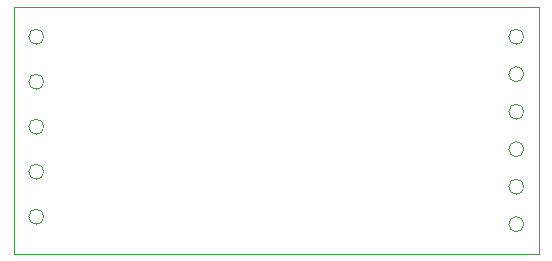
<source format=gko>
%FSLAX46Y46*%
G04 Gerber Fmt 4.6, Leading zero omitted, Abs format (unit mm)*
G04 Created by KiCad (PCBNEW (2014-09-19 BZR 5142)-product) date 24/10/2014 22:30:01*
%MOMM*%
G01*
G04 APERTURE LIST*
%ADD10C,0.100000*%
G04 APERTURE END LIST*
D10*
X127000000Y-60960000D02*
G75*
G03X127000000Y-60960000I-635000J0D01*
G74*
G01*
X127000000Y-57150000D02*
G75*
G03X127000000Y-57150000I-635000J0D01*
G74*
G01*
X127000000Y-53340000D02*
G75*
G03X127000000Y-53340000I-635000J0D01*
G74*
G01*
X127000000Y-49530000D02*
G75*
G03X127000000Y-49530000I-635000J0D01*
G74*
G01*
X127000000Y-45720000D02*
G75*
G03X127000000Y-45720000I-635000J0D01*
G74*
G01*
X167640000Y-61595000D02*
G75*
G03X167640000Y-61595000I-635000J0D01*
G74*
G01*
X167640000Y-58420000D02*
G75*
G03X167640000Y-58420000I-635000J0D01*
G74*
G01*
X167640000Y-55245000D02*
G75*
G03X167640000Y-55245000I-635000J0D01*
G74*
G01*
X167640000Y-52070000D02*
G75*
G03X167640000Y-52070000I-635000J0D01*
G74*
G01*
X167640000Y-48895000D02*
G75*
G03X167640000Y-48895000I-635000J0D01*
G74*
G01*
X167640000Y-45720000D02*
G75*
G03X167640000Y-45720000I-635000J0D01*
G74*
G01*
X168910000Y-43180000D02*
X168910000Y-43815000D01*
X124460000Y-43180000D02*
X168910000Y-43180000D01*
X124460000Y-43815000D02*
X124460000Y-43180000D01*
X124460000Y-64135000D02*
X124460000Y-43815000D01*
X168910000Y-43815000D02*
X168910000Y-64135000D01*
X124460000Y-64135000D02*
X168910000Y-64135000D01*
M02*

</source>
